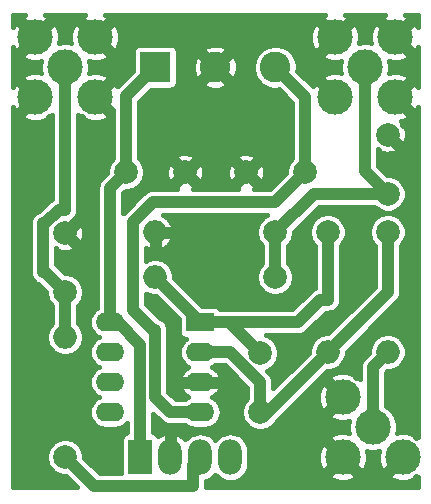
<source format=gbr>
%TF.GenerationSoftware,KiCad,Pcbnew,(5.1.9)-1*%
%TF.CreationDate,2021-11-06T20:20:06+07:00*%
%TF.ProjectId,PMT_Mini_Amp,504d545f-4d69-46e6-995f-416d702e6b69,rev?*%
%TF.SameCoordinates,Original*%
%TF.FileFunction,Copper,L1,Top*%
%TF.FilePolarity,Positive*%
%FSLAX46Y46*%
G04 Gerber Fmt 4.6, Leading zero omitted, Abs format (unit mm)*
G04 Created by KiCad (PCBNEW (5.1.9)-1) date 2021-11-06 20:20:06*
%MOMM*%
%LPD*%
G01*
G04 APERTURE LIST*
%TA.AperFunction,ComponentPad*%
%ADD10O,2.000000X2.000000*%
%TD*%
%TA.AperFunction,ComponentPad*%
%ADD11C,2.000000*%
%TD*%
%TA.AperFunction,ComponentPad*%
%ADD12O,2.000000X3.000000*%
%TD*%
%TA.AperFunction,ComponentPad*%
%ADD13R,2.000000X3.000000*%
%TD*%
%TA.AperFunction,ComponentPad*%
%ADD14O,2.400000X1.600000*%
%TD*%
%TA.AperFunction,ComponentPad*%
%ADD15R,2.400000X1.600000*%
%TD*%
%TA.AperFunction,ComponentPad*%
%ADD16C,3.000000*%
%TD*%
%TA.AperFunction,ComponentPad*%
%ADD17C,2.600000*%
%TD*%
%TA.AperFunction,ComponentPad*%
%ADD18R,2.600000X2.600000*%
%TD*%
%TA.AperFunction,Conductor*%
%ADD19C,1.000000*%
%TD*%
%TA.AperFunction,Conductor*%
%ADD20C,0.400000*%
%TD*%
%TA.AperFunction,Conductor*%
%ADD21C,0.100000*%
%TD*%
G04 APERTURE END LIST*
D10*
%TO.P,R5,2*%
%TO.N,GND*%
X139700000Y-142875000D03*
D11*
%TO.P,R5,1*%
%TO.N,Net-(C5-Pad1)*%
X149860000Y-142875000D03*
%TD*%
D12*
%TO.P,J1,4*%
%TO.N,Blue*%
X146050000Y-161925000D03*
%TO.P,J1,3*%
%TO.N,White*%
X143510000Y-161925000D03*
%TO.P,J1,2*%
%TO.N,GND*%
X140970000Y-161925000D03*
D13*
%TO.P,J1,1*%
%TO.N,+12V*%
X138430000Y-161925000D03*
%TD*%
D14*
%TO.P,U1,8*%
%TO.N,+12V*%
X135890000Y-150495000D03*
%TO.P,U1,4*%
%TO.N,-12V*%
X143510000Y-158115000D03*
%TO.P,U1,7*%
%TO.N,N/C*%
X135890000Y-153035000D03*
%TO.P,U1,3*%
%TO.N,GND*%
X143510000Y-155575000D03*
%TO.P,U1,6*%
%TO.N,N/C*%
X135890000Y-155575000D03*
%TO.P,U1,2*%
%TO.N,Net-(C4-Pad2)*%
X143510000Y-153035000D03*
%TO.P,U1,5*%
%TO.N,N/C*%
X135890000Y-158115000D03*
D15*
%TO.P,U1,1*%
%TO.N,Net-(C4-Pad1)*%
X143510000Y-150495000D03*
%TD*%
D10*
%TO.P,R4,2*%
%TO.N,Net-(C4-Pad1)*%
X139700000Y-146685000D03*
D11*
%TO.P,R4,1*%
%TO.N,Net-(C5-Pad1)*%
X149860000Y-146685000D03*
%TD*%
D10*
%TO.P,R3,2*%
%TO.N,Net-(C4-Pad2)*%
X154305000Y-153035000D03*
D11*
%TO.P,R3,1*%
%TO.N,Net-(C4-Pad1)*%
X154305000Y-142875000D03*
%TD*%
D10*
%TO.P,R2,2*%
%TO.N,Net-(C1-Pad1)*%
X132080000Y-151765000D03*
D11*
%TO.P,R2,1*%
%TO.N,White*%
X132080000Y-161925000D03*
%TD*%
D10*
%TO.P,R1,2*%
%TO.N,Net-(J2-Pad1)*%
X159385000Y-153035000D03*
D11*
%TO.P,R1,1*%
%TO.N,Net-(C4-Pad2)*%
X159385000Y-142875000D03*
%TD*%
D16*
%TO.P,J5,2*%
%TO.N,GND*%
X154940000Y-131445000D03*
X160020000Y-131445000D03*
X160020000Y-126365000D03*
X154940000Y-126365000D03*
%TO.P,J5,1*%
%TO.N,Net-(C5-Pad1)*%
X157480000Y-128905000D03*
%TD*%
D17*
%TO.P,J4,3*%
%TO.N,-12V*%
X149860000Y-128905000D03*
%TO.P,J4,2*%
%TO.N,GND*%
X144780000Y-128905000D03*
D18*
%TO.P,J4,1*%
%TO.N,+12V*%
X139700000Y-128905000D03*
%TD*%
D16*
%TO.P,J3,2*%
%TO.N,GND*%
X129540000Y-131445000D03*
X134620000Y-131445000D03*
X134620000Y-126365000D03*
X129540000Y-126365000D03*
%TO.P,J3,1*%
%TO.N,Net-(C1-Pad1)*%
X132080000Y-128905000D03*
%TD*%
%TO.P,J2,2*%
%TO.N,GND*%
X155575000Y-161925000D03*
X160655000Y-161925000D03*
X160655000Y-156845000D03*
X155575000Y-156845000D03*
%TO.P,J2,1*%
%TO.N,Net-(J2-Pad1)*%
X158115000Y-159385000D03*
%TD*%
D11*
%TO.P,C5,2*%
%TO.N,GND*%
X159385000Y-134620000D03*
%TO.P,C5,1*%
%TO.N,Net-(C5-Pad1)*%
X159385000Y-139620000D03*
%TD*%
%TO.P,C4,2*%
%TO.N,Net-(C4-Pad2)*%
X148590000Y-158115000D03*
%TO.P,C4,1*%
%TO.N,Net-(C4-Pad1)*%
X148590000Y-153115000D03*
%TD*%
%TO.P,C3,2*%
%TO.N,+12V*%
X137240000Y-137795000D03*
%TO.P,C3,1*%
%TO.N,GND*%
X142240000Y-137795000D03*
%TD*%
%TO.P,C2,2*%
%TO.N,-12V*%
X152400000Y-137795000D03*
%TO.P,C2,1*%
%TO.N,GND*%
X147400000Y-137795000D03*
%TD*%
%TO.P,C1,2*%
%TO.N,GND*%
X132080000Y-142955000D03*
%TO.P,C1,1*%
%TO.N,Net-(C1-Pad1)*%
X132080000Y-147955000D03*
%TD*%
D19*
%TO.N,Net-(C1-Pad1)*%
X132080000Y-140970000D02*
X132080000Y-128905000D01*
X132080000Y-147955000D02*
X132080000Y-151765000D01*
X130175000Y-142138999D02*
X130175000Y-146254999D01*
X130379999Y-146254999D02*
X130175000Y-146254999D01*
X132080000Y-147955000D02*
X130379999Y-146254999D01*
X131548998Y-140970000D02*
X132080000Y-140970000D01*
X130379999Y-142138999D02*
X131548998Y-140970000D01*
X130175000Y-142138999D02*
X130379999Y-142138999D01*
%TO.N,Net-(C4-Pad2)*%
X149225000Y-158115000D02*
X154305000Y-153035000D01*
X148590000Y-158115000D02*
X149225000Y-158115000D01*
X159385000Y-147955000D02*
X159385000Y-142875000D01*
X154305000Y-153035000D02*
X159385000Y-147955000D01*
X143510000Y-153035000D02*
X146050000Y-153035000D01*
X148590000Y-155575000D02*
X148590000Y-158115000D01*
X146050000Y-153035000D02*
X148590000Y-155575000D01*
%TO.N,Net-(C4-Pad1)*%
X145970000Y-150495000D02*
X148590000Y-153115000D01*
X143510000Y-150495000D02*
X145970000Y-150495000D01*
X143510000Y-150495000D02*
X139700000Y-146685000D01*
X148566002Y-150495000D02*
X145970000Y-150495000D01*
X151765000Y-150495000D02*
X148566002Y-150495000D01*
X153670000Y-148590000D02*
X151765000Y-150495000D01*
X154305000Y-148590000D02*
X153670000Y-148590000D01*
X154305000Y-142875000D02*
X154305000Y-148590000D01*
%TO.N,Net-(C5-Pad1)*%
X156765001Y-129619999D02*
X157480000Y-128905000D01*
X149860000Y-146685000D02*
X149860000Y-142875000D01*
X153115000Y-139620000D02*
X159385000Y-139620000D01*
X149860000Y-142875000D02*
X153115000Y-139620000D01*
X157480000Y-137715000D02*
X157480000Y-128905000D01*
X159385000Y-139620000D02*
X157480000Y-137715000D01*
%TO.N,White*%
X143510000Y-162289177D02*
X143510000Y-161925000D01*
X132080000Y-161925000D02*
X134529990Y-164374990D01*
X134529990Y-164374990D02*
X142875000Y-164374990D01*
X142875000Y-162560000D02*
X143510000Y-161925000D01*
X142875000Y-164374990D02*
X142875000Y-162560000D01*
%TO.N,+12V*%
X137240000Y-131365000D02*
X139700000Y-128905000D01*
X137240000Y-137795000D02*
X137240000Y-131365000D01*
X135890000Y-139145000D02*
X137240000Y-137795000D01*
X136525000Y-150495000D02*
X135890000Y-150495000D01*
X138430000Y-152400000D02*
X136525000Y-150495000D01*
X138430000Y-161925000D02*
X138430000Y-152400000D01*
X135890000Y-150495000D02*
X135890000Y-139145000D01*
%TO.N,Net-(J2-Pad1)*%
X158115000Y-154305000D02*
X158115000Y-159385000D01*
X159385000Y-153035000D02*
X158115000Y-154305000D01*
%TO.N,-12V*%
X149860000Y-128905000D02*
X152400000Y-131445000D01*
X152400000Y-131445000D02*
X152400000Y-137795000D01*
X139700000Y-156845000D02*
X140970000Y-158115000D01*
X137795000Y-149425009D02*
X139495001Y-151125010D01*
X139700000Y-151125010D02*
X139700000Y-156845000D01*
X137795000Y-142035001D02*
X137795000Y-149425009D01*
X139495001Y-151125010D02*
X139700000Y-151125010D01*
X139495001Y-140335000D02*
X137795000Y-142035001D01*
X149860000Y-140335000D02*
X139495001Y-140335000D01*
X140970000Y-158115000D02*
X143510000Y-158115000D01*
X152400000Y-137795000D02*
X149860000Y-140335000D01*
%TD*%
D20*
%TO.N,GND*%
X128554982Y-124498849D02*
X128382418Y-124783154D01*
X129540000Y-125940736D01*
X130697582Y-124783154D01*
X130525018Y-124498849D01*
X130405327Y-124450000D01*
X133752913Y-124450000D01*
X133634982Y-124498849D01*
X133462418Y-124783154D01*
X134620000Y-125940736D01*
X135777582Y-124783154D01*
X135605018Y-124498849D01*
X135485327Y-124450000D01*
X154072913Y-124450000D01*
X153954982Y-124498849D01*
X153782418Y-124783154D01*
X154940000Y-125940736D01*
X156097582Y-124783154D01*
X155925018Y-124498849D01*
X155805327Y-124450000D01*
X159152913Y-124450000D01*
X159034982Y-124498849D01*
X158862418Y-124783154D01*
X160020000Y-125940736D01*
X161177582Y-124783154D01*
X161005018Y-124498849D01*
X160885327Y-124450000D01*
X161935000Y-124450000D01*
X161935000Y-125497914D01*
X161886151Y-125379982D01*
X161601846Y-125207418D01*
X160444264Y-126365000D01*
X161601846Y-127522582D01*
X161886151Y-127350018D01*
X161935000Y-127230327D01*
X161935000Y-130577914D01*
X161886151Y-130459982D01*
X161601846Y-130287418D01*
X160444264Y-131445000D01*
X161601846Y-132602582D01*
X161886151Y-132430018D01*
X161935000Y-132310327D01*
X161935001Y-160222152D01*
X161934291Y-160221442D01*
X161812581Y-160343152D01*
X161640018Y-160058849D01*
X161257024Y-159902539D01*
X160850893Y-159823950D01*
X160437235Y-159826105D01*
X160157011Y-159883363D01*
X160215000Y-159591832D01*
X160215000Y-159178168D01*
X160134298Y-158772453D01*
X159975996Y-158390277D01*
X159746177Y-158046328D01*
X159453672Y-157753823D01*
X159215000Y-157594348D01*
X159215000Y-154760634D01*
X159340634Y-154635000D01*
X159542586Y-154635000D01*
X159851703Y-154573513D01*
X160142884Y-154452902D01*
X160404941Y-154277801D01*
X160627801Y-154054941D01*
X160802902Y-153792884D01*
X160923513Y-153501703D01*
X160985000Y-153192586D01*
X160985000Y-152877414D01*
X160923513Y-152568297D01*
X160802902Y-152277116D01*
X160627801Y-152015059D01*
X160404941Y-151792199D01*
X160142884Y-151617098D01*
X159851703Y-151496487D01*
X159542586Y-151435000D01*
X159227414Y-151435000D01*
X158918297Y-151496487D01*
X158627116Y-151617098D01*
X158365059Y-151792199D01*
X158142199Y-152015059D01*
X157967098Y-152277116D01*
X157846487Y-152568297D01*
X157785000Y-152877414D01*
X157785000Y-153079366D01*
X157375399Y-153488967D01*
X157333419Y-153523419D01*
X157195958Y-153690916D01*
X157093816Y-153882013D01*
X157030916Y-154089363D01*
X157023363Y-154166054D01*
X157009678Y-154305000D01*
X157015000Y-154359034D01*
X157015000Y-155302151D01*
X156854291Y-155141442D01*
X156732581Y-155263152D01*
X156560018Y-154978849D01*
X156177024Y-154822539D01*
X155770893Y-154743950D01*
X155357235Y-154746105D01*
X154951946Y-154828918D01*
X154589982Y-154978849D01*
X154417418Y-155263154D01*
X155575000Y-156420736D01*
X155589143Y-156406594D01*
X156013407Y-156830858D01*
X155999264Y-156845000D01*
X156013407Y-156859143D01*
X155589143Y-157283407D01*
X155575000Y-157269264D01*
X154417418Y-158426846D01*
X154589982Y-158711151D01*
X154972976Y-158867461D01*
X155379107Y-158946050D01*
X155792765Y-158943895D01*
X156072989Y-158886637D01*
X156015000Y-159178168D01*
X156015000Y-159591832D01*
X156072792Y-159882369D01*
X155770893Y-159823950D01*
X155357235Y-159826105D01*
X154951946Y-159908918D01*
X154589982Y-160058849D01*
X154417418Y-160343154D01*
X155575000Y-161500736D01*
X155589143Y-161486594D01*
X156013407Y-161910858D01*
X155999264Y-161925000D01*
X157156846Y-163082582D01*
X157441151Y-162910018D01*
X157597461Y-162527024D01*
X157676050Y-162120893D01*
X157673895Y-161707235D01*
X157616637Y-161427011D01*
X157908168Y-161485000D01*
X158321832Y-161485000D01*
X158612369Y-161427208D01*
X158553950Y-161729107D01*
X158556105Y-162142765D01*
X158638918Y-162548054D01*
X158788849Y-162910018D01*
X159073154Y-163082582D01*
X160230736Y-161925000D01*
X160216594Y-161910858D01*
X160640858Y-161486594D01*
X160655000Y-161500736D01*
X160669143Y-161486594D01*
X161093407Y-161910858D01*
X161079264Y-161925000D01*
X161093407Y-161939143D01*
X160669143Y-162363407D01*
X160655000Y-162349264D01*
X159497418Y-163506846D01*
X159669982Y-163791151D01*
X160052976Y-163947461D01*
X160459107Y-164026050D01*
X160872765Y-164023895D01*
X161278054Y-163941082D01*
X161640018Y-163791151D01*
X161812581Y-163506848D01*
X161934291Y-163628558D01*
X161935001Y-163627848D01*
X161935001Y-164475000D01*
X143970472Y-164475000D01*
X143980322Y-164374990D01*
X143975000Y-164320954D01*
X143975000Y-163955939D01*
X144125255Y-163910359D01*
X144403212Y-163761788D01*
X144646845Y-163561845D01*
X144780000Y-163399594D01*
X144913155Y-163561845D01*
X145156787Y-163761788D01*
X145434744Y-163910359D01*
X145736345Y-164001849D01*
X146050000Y-164032741D01*
X146363654Y-164001849D01*
X146665255Y-163910359D01*
X146943212Y-163761788D01*
X147186845Y-163561845D01*
X147231981Y-163506846D01*
X154417418Y-163506846D01*
X154589982Y-163791151D01*
X154972976Y-163947461D01*
X155379107Y-164026050D01*
X155792765Y-164023895D01*
X156198054Y-163941082D01*
X156560018Y-163791151D01*
X156732582Y-163506846D01*
X155575000Y-162349264D01*
X154417418Y-163506846D01*
X147231981Y-163506846D01*
X147386788Y-163318213D01*
X147535359Y-163040256D01*
X147626849Y-162738655D01*
X147650000Y-162503597D01*
X147650000Y-161729107D01*
X153473950Y-161729107D01*
X153476105Y-162142765D01*
X153558918Y-162548054D01*
X153708849Y-162910018D01*
X153993154Y-163082582D01*
X155150736Y-161925000D01*
X153993154Y-160767418D01*
X153708849Y-160939982D01*
X153552539Y-161322976D01*
X153473950Y-161729107D01*
X147650000Y-161729107D01*
X147650000Y-161346403D01*
X147626849Y-161111345D01*
X147535359Y-160809744D01*
X147386788Y-160531787D01*
X147186845Y-160288155D01*
X146943213Y-160088212D01*
X146665256Y-159939641D01*
X146363655Y-159848151D01*
X146050000Y-159817259D01*
X145736346Y-159848151D01*
X145434745Y-159939641D01*
X145156788Y-160088212D01*
X144913156Y-160288155D01*
X144780000Y-160450406D01*
X144646845Y-160288155D01*
X144403213Y-160088212D01*
X144125256Y-159939641D01*
X143823655Y-159848151D01*
X143510000Y-159817259D01*
X143196346Y-159848151D01*
X142894745Y-159939641D01*
X142616788Y-160088212D01*
X142373156Y-160288155D01*
X142256591Y-160430190D01*
X142083213Y-160233055D01*
X141829286Y-160038781D01*
X141512163Y-159919657D01*
X141270000Y-160006374D01*
X141270000Y-161625000D01*
X141290000Y-161625000D01*
X141290000Y-162225000D01*
X141270000Y-162225000D01*
X141270000Y-162245000D01*
X140670000Y-162245000D01*
X140670000Y-162225000D01*
X140650000Y-162225000D01*
X140650000Y-161625000D01*
X140670000Y-161625000D01*
X140670000Y-160006374D01*
X140427837Y-159919657D01*
X140110714Y-160038781D01*
X139963924Y-160151087D01*
X139931296Y-160090045D01*
X139856317Y-159998683D01*
X139764955Y-159923704D01*
X139660721Y-159867990D01*
X139547621Y-159833682D01*
X139530000Y-159831946D01*
X139530000Y-158230634D01*
X140153971Y-158854606D01*
X140188419Y-158896581D01*
X140276176Y-158968601D01*
X140355915Y-159034042D01*
X140458057Y-159088637D01*
X140547012Y-159136184D01*
X140754362Y-159199084D01*
X140915964Y-159215000D01*
X140915965Y-159215000D01*
X140969999Y-159220322D01*
X141024033Y-159215000D01*
X142243521Y-159215000D01*
X142328438Y-159284690D01*
X142571651Y-159414690D01*
X142835552Y-159494743D01*
X143041223Y-159515000D01*
X143978777Y-159515000D01*
X144184448Y-159494743D01*
X144448349Y-159414690D01*
X144691562Y-159284690D01*
X144904739Y-159109739D01*
X145079690Y-158896562D01*
X145209690Y-158653349D01*
X145289743Y-158389448D01*
X145316774Y-158115000D01*
X145289743Y-157840552D01*
X145209690Y-157576651D01*
X145079690Y-157333438D01*
X144904739Y-157120261D01*
X144691562Y-156945310D01*
X144512700Y-156849706D01*
X144561809Y-156830044D01*
X144794132Y-156678767D01*
X144992478Y-156485073D01*
X145149225Y-156256405D01*
X145213713Y-156085227D01*
X145123466Y-155875000D01*
X143810000Y-155875000D01*
X143810000Y-155895000D01*
X143210000Y-155895000D01*
X143210000Y-155875000D01*
X141896534Y-155875000D01*
X141806287Y-156085227D01*
X141870775Y-156256405D01*
X142027522Y-156485073D01*
X142225868Y-156678767D01*
X142458191Y-156830044D01*
X142507300Y-156849706D01*
X142328438Y-156945310D01*
X142243521Y-157015000D01*
X141425635Y-157015000D01*
X140800000Y-156389366D01*
X140800000Y-151179046D01*
X140805322Y-151125010D01*
X140784084Y-150909372D01*
X140721184Y-150702022D01*
X140619042Y-150510926D01*
X140481581Y-150343429D01*
X140314084Y-150205968D01*
X140122988Y-150103826D01*
X139988722Y-150063096D01*
X138895000Y-148969375D01*
X138895000Y-148071420D01*
X138942116Y-148102902D01*
X139233297Y-148223513D01*
X139542414Y-148285000D01*
X139744366Y-148285000D01*
X141707097Y-150247732D01*
X141707097Y-151295000D01*
X141718682Y-151412621D01*
X141752990Y-151525721D01*
X141808704Y-151629955D01*
X141883683Y-151721317D01*
X141975045Y-151796296D01*
X142079279Y-151852010D01*
X142192379Y-151886318D01*
X142291003Y-151896032D01*
X142115261Y-152040261D01*
X141940310Y-152253438D01*
X141810310Y-152496651D01*
X141730257Y-152760552D01*
X141703226Y-153035000D01*
X141730257Y-153309448D01*
X141810310Y-153573349D01*
X141940310Y-153816562D01*
X142115261Y-154029739D01*
X142328438Y-154204690D01*
X142507300Y-154300294D01*
X142458191Y-154319956D01*
X142225868Y-154471233D01*
X142027522Y-154664927D01*
X141870775Y-154893595D01*
X141806287Y-155064773D01*
X141896534Y-155275000D01*
X143210000Y-155275000D01*
X143210000Y-155255000D01*
X143810000Y-155255000D01*
X143810000Y-155275000D01*
X145123466Y-155275000D01*
X145213713Y-155064773D01*
X145149225Y-154893595D01*
X144992478Y-154664927D01*
X144794132Y-154471233D01*
X144561809Y-154319956D01*
X144512700Y-154300294D01*
X144691562Y-154204690D01*
X144776479Y-154135000D01*
X145594366Y-154135000D01*
X147490000Y-156030635D01*
X147490001Y-156952257D01*
X147347199Y-157095059D01*
X147172098Y-157357116D01*
X147051487Y-157648297D01*
X146990000Y-157957414D01*
X146990000Y-158272586D01*
X147051487Y-158581703D01*
X147172098Y-158872884D01*
X147347199Y-159134941D01*
X147570059Y-159357801D01*
X147832116Y-159532902D01*
X148123297Y-159653513D01*
X148432414Y-159715000D01*
X148747586Y-159715000D01*
X149056703Y-159653513D01*
X149347884Y-159532902D01*
X149609941Y-159357801D01*
X149832801Y-159134941D01*
X149974447Y-158922952D01*
X150006581Y-158896581D01*
X150041033Y-158854601D01*
X152246527Y-156649107D01*
X153473950Y-156649107D01*
X153476105Y-157062765D01*
X153558918Y-157468054D01*
X153708849Y-157830018D01*
X153993154Y-158002582D01*
X155150736Y-156845000D01*
X153993154Y-155687418D01*
X153708849Y-155859982D01*
X153552539Y-156242976D01*
X153473950Y-156649107D01*
X152246527Y-156649107D01*
X154260635Y-154635000D01*
X154462586Y-154635000D01*
X154771703Y-154573513D01*
X155062884Y-154452902D01*
X155324941Y-154277801D01*
X155547801Y-154054941D01*
X155722902Y-153792884D01*
X155843513Y-153501703D01*
X155905000Y-153192586D01*
X155905000Y-152990634D01*
X160124606Y-148771029D01*
X160166581Y-148736581D01*
X160304042Y-148569084D01*
X160406184Y-148377988D01*
X160469084Y-148170638D01*
X160485000Y-148009036D01*
X160485000Y-148009034D01*
X160490322Y-147955000D01*
X160485000Y-147900964D01*
X160485000Y-144037742D01*
X160627801Y-143894941D01*
X160802902Y-143632884D01*
X160923513Y-143341703D01*
X160985000Y-143032586D01*
X160985000Y-142717414D01*
X160923513Y-142408297D01*
X160802902Y-142117116D01*
X160627801Y-141855059D01*
X160404941Y-141632199D01*
X160142884Y-141457098D01*
X159851703Y-141336487D01*
X159542586Y-141275000D01*
X159227414Y-141275000D01*
X158918297Y-141336487D01*
X158627116Y-141457098D01*
X158365059Y-141632199D01*
X158142199Y-141855059D01*
X157967098Y-142117116D01*
X157846487Y-142408297D01*
X157785000Y-142717414D01*
X157785000Y-143032586D01*
X157846487Y-143341703D01*
X157967098Y-143632884D01*
X158142199Y-143894941D01*
X158285001Y-144037743D01*
X158285000Y-147499365D01*
X154349366Y-151435000D01*
X154147414Y-151435000D01*
X153838297Y-151496487D01*
X153547116Y-151617098D01*
X153285059Y-151792199D01*
X153062199Y-152015059D01*
X152887098Y-152277116D01*
X152766487Y-152568297D01*
X152705000Y-152877414D01*
X152705000Y-153079365D01*
X149690000Y-156094366D01*
X149690000Y-155629033D01*
X149695322Y-155574999D01*
X149690000Y-155520964D01*
X149674084Y-155359362D01*
X149611184Y-155152012D01*
X149509042Y-154960916D01*
X149371581Y-154793419D01*
X149329606Y-154758971D01*
X149175104Y-154604470D01*
X149347884Y-154532902D01*
X149609941Y-154357801D01*
X149832801Y-154134941D01*
X150007902Y-153872884D01*
X150128513Y-153581703D01*
X150190000Y-153272586D01*
X150190000Y-152957414D01*
X150128513Y-152648297D01*
X150007902Y-152357116D01*
X149832801Y-152095059D01*
X149609941Y-151872199D01*
X149347884Y-151697098D01*
X149101397Y-151595000D01*
X151710966Y-151595000D01*
X151765000Y-151600322D01*
X151819034Y-151595000D01*
X151819036Y-151595000D01*
X151980638Y-151579084D01*
X152187988Y-151516184D01*
X152379084Y-151414042D01*
X152546581Y-151276581D01*
X152581033Y-151234601D01*
X154125635Y-149690000D01*
X154250964Y-149690000D01*
X154305000Y-149695322D01*
X154359036Y-149690000D01*
X154520638Y-149674084D01*
X154727988Y-149611184D01*
X154919084Y-149509042D01*
X155086581Y-149371581D01*
X155224042Y-149204084D01*
X155326184Y-149012988D01*
X155389084Y-148805638D01*
X155410322Y-148590000D01*
X155405000Y-148535964D01*
X155405000Y-144037742D01*
X155547801Y-143894941D01*
X155722902Y-143632884D01*
X155843513Y-143341703D01*
X155905000Y-143032586D01*
X155905000Y-142717414D01*
X155843513Y-142408297D01*
X155722902Y-142117116D01*
X155547801Y-141855059D01*
X155324941Y-141632199D01*
X155062884Y-141457098D01*
X154771703Y-141336487D01*
X154462586Y-141275000D01*
X154147414Y-141275000D01*
X153838297Y-141336487D01*
X153547116Y-141457098D01*
X153285059Y-141632199D01*
X153062199Y-141855059D01*
X152887098Y-142117116D01*
X152766487Y-142408297D01*
X152705000Y-142717414D01*
X152705000Y-143032586D01*
X152766487Y-143341703D01*
X152887098Y-143632884D01*
X153062199Y-143894941D01*
X153205000Y-144037742D01*
X153205001Y-147591271D01*
X153055916Y-147670958D01*
X152888419Y-147808419D01*
X152853971Y-147850394D01*
X151309366Y-149395000D01*
X146024034Y-149395000D01*
X145970000Y-149389678D01*
X145915966Y-149395000D01*
X145229980Y-149395000D01*
X145211296Y-149360045D01*
X145136317Y-149268683D01*
X145044955Y-149193704D01*
X144940721Y-149137990D01*
X144827621Y-149103682D01*
X144710000Y-149092097D01*
X143662732Y-149092097D01*
X141300000Y-146729366D01*
X141300000Y-146527414D01*
X141238513Y-146218297D01*
X141117902Y-145927116D01*
X140942801Y-145665059D01*
X140719941Y-145442199D01*
X140457884Y-145267098D01*
X140166703Y-145146487D01*
X139857586Y-145085000D01*
X139542414Y-145085000D01*
X139233297Y-145146487D01*
X138942116Y-145267098D01*
X138895000Y-145298580D01*
X138895000Y-144255371D01*
X139157836Y-144380354D01*
X139400000Y-144296634D01*
X139400000Y-143175000D01*
X140000000Y-143175000D01*
X140000000Y-144296634D01*
X140242164Y-144380354D01*
X140525426Y-144245658D01*
X140776968Y-144058289D01*
X140987123Y-143825446D01*
X141147814Y-143556078D01*
X141205343Y-143417163D01*
X141118626Y-143175000D01*
X140000000Y-143175000D01*
X139400000Y-143175000D01*
X139380000Y-143175000D01*
X139380000Y-142575000D01*
X139400000Y-142575000D01*
X139400000Y-142555000D01*
X140000000Y-142555000D01*
X140000000Y-142575000D01*
X141118626Y-142575000D01*
X141205343Y-142332837D01*
X141147814Y-142193922D01*
X140987123Y-141924554D01*
X140776968Y-141691711D01*
X140525426Y-141504342D01*
X140379602Y-141435000D01*
X149155465Y-141435000D01*
X149102116Y-141457098D01*
X148840059Y-141632199D01*
X148617199Y-141855059D01*
X148442098Y-142117116D01*
X148321487Y-142408297D01*
X148260000Y-142717414D01*
X148260000Y-143032586D01*
X148321487Y-143341703D01*
X148442098Y-143632884D01*
X148617199Y-143894941D01*
X148760001Y-144037743D01*
X148760000Y-145522258D01*
X148617199Y-145665059D01*
X148442098Y-145927116D01*
X148321487Y-146218297D01*
X148260000Y-146527414D01*
X148260000Y-146842586D01*
X148321487Y-147151703D01*
X148442098Y-147442884D01*
X148617199Y-147704941D01*
X148840059Y-147927801D01*
X149102116Y-148102902D01*
X149393297Y-148223513D01*
X149702414Y-148285000D01*
X150017586Y-148285000D01*
X150326703Y-148223513D01*
X150617884Y-148102902D01*
X150879941Y-147927801D01*
X151102801Y-147704941D01*
X151277902Y-147442884D01*
X151398513Y-147151703D01*
X151460000Y-146842586D01*
X151460000Y-146527414D01*
X151398513Y-146218297D01*
X151277902Y-145927116D01*
X151102801Y-145665059D01*
X150960000Y-145522258D01*
X150960000Y-144037742D01*
X151102801Y-143894941D01*
X151277902Y-143632884D01*
X151398513Y-143341703D01*
X151460000Y-143032586D01*
X151460000Y-142830634D01*
X153570635Y-140720000D01*
X158222258Y-140720000D01*
X158365059Y-140862801D01*
X158627116Y-141037902D01*
X158918297Y-141158513D01*
X159227414Y-141220000D01*
X159542586Y-141220000D01*
X159851703Y-141158513D01*
X160142884Y-141037902D01*
X160404941Y-140862801D01*
X160627801Y-140639941D01*
X160802902Y-140377884D01*
X160923513Y-140086703D01*
X160985000Y-139777586D01*
X160985000Y-139462414D01*
X160923513Y-139153297D01*
X160802902Y-138862116D01*
X160627801Y-138600059D01*
X160404941Y-138377199D01*
X160142884Y-138202098D01*
X159851703Y-138081487D01*
X159542586Y-138020000D01*
X159340635Y-138020000D01*
X158580000Y-137259366D01*
X158580000Y-135849267D01*
X158588418Y-135840849D01*
X158699296Y-136074181D01*
X158996168Y-136180013D01*
X159307983Y-136225895D01*
X159622758Y-136210064D01*
X159928395Y-136133127D01*
X160070704Y-136074181D01*
X160181583Y-135840847D01*
X159385000Y-135044264D01*
X159370858Y-135058407D01*
X158946594Y-134634143D01*
X158960736Y-134620000D01*
X158946594Y-134605858D01*
X159370858Y-134181594D01*
X159385000Y-134195736D01*
X159399143Y-134181594D01*
X159823407Y-134605858D01*
X159809264Y-134620000D01*
X160605847Y-135416583D01*
X160839181Y-135305704D01*
X160945013Y-135008832D01*
X160990895Y-134697017D01*
X160975064Y-134382242D01*
X160898127Y-134076605D01*
X160839181Y-133934296D01*
X160605849Y-133823418D01*
X160733294Y-133695973D01*
X160522945Y-133485624D01*
X160643054Y-133461082D01*
X161005018Y-133311151D01*
X161177582Y-133026846D01*
X160020000Y-131869264D01*
X160005858Y-131883407D01*
X159581594Y-131459143D01*
X159595736Y-131445000D01*
X159581594Y-131430858D01*
X160005858Y-131006594D01*
X160020000Y-131020736D01*
X161177582Y-129863154D01*
X161005018Y-129578849D01*
X160622024Y-129422539D01*
X160215893Y-129343950D01*
X159802235Y-129346105D01*
X159522011Y-129403363D01*
X159580000Y-129111832D01*
X159580000Y-128698168D01*
X159522208Y-128407631D01*
X159824107Y-128466050D01*
X160237765Y-128463895D01*
X160643054Y-128381082D01*
X161005018Y-128231151D01*
X161177582Y-127946846D01*
X160020000Y-126789264D01*
X160005858Y-126803407D01*
X159581594Y-126379143D01*
X159595736Y-126365000D01*
X158438154Y-125207418D01*
X158153849Y-125379982D01*
X157997539Y-125762976D01*
X157918950Y-126169107D01*
X157921105Y-126582765D01*
X157978363Y-126862989D01*
X157686832Y-126805000D01*
X157273168Y-126805000D01*
X156982631Y-126862792D01*
X157041050Y-126560893D01*
X157038895Y-126147235D01*
X156956082Y-125741946D01*
X156806151Y-125379982D01*
X156521846Y-125207418D01*
X155364264Y-126365000D01*
X155378407Y-126379143D01*
X154954143Y-126803407D01*
X154940000Y-126789264D01*
X153782418Y-127946846D01*
X153954982Y-128231151D01*
X154337976Y-128387461D01*
X154744107Y-128466050D01*
X155157765Y-128463895D01*
X155437989Y-128406637D01*
X155380000Y-128698168D01*
X155380000Y-129111832D01*
X155437792Y-129402369D01*
X155135893Y-129343950D01*
X154722235Y-129346105D01*
X154316946Y-129428918D01*
X153954982Y-129578849D01*
X153782418Y-129863154D01*
X154940000Y-131020736D01*
X154954143Y-131006594D01*
X155378407Y-131430858D01*
X155364264Y-131445000D01*
X155378407Y-131459143D01*
X154954143Y-131883407D01*
X154940000Y-131869264D01*
X154925858Y-131883407D01*
X154501594Y-131459143D01*
X154515736Y-131445000D01*
X153358154Y-130287418D01*
X153073849Y-130459982D01*
X153043929Y-130533294D01*
X151733914Y-129223279D01*
X151760000Y-129092134D01*
X151760000Y-128717866D01*
X151686984Y-128350791D01*
X151543758Y-128005013D01*
X151335826Y-127693821D01*
X151071179Y-127429174D01*
X150759987Y-127221242D01*
X150414209Y-127078016D01*
X150047134Y-127005000D01*
X149672866Y-127005000D01*
X149305791Y-127078016D01*
X148960013Y-127221242D01*
X148648821Y-127429174D01*
X148384174Y-127693821D01*
X148176242Y-128005013D01*
X148033016Y-128350791D01*
X147960000Y-128717866D01*
X147960000Y-129092134D01*
X148033016Y-129459209D01*
X148176242Y-129804987D01*
X148384174Y-130116179D01*
X148648821Y-130380826D01*
X148960013Y-130588758D01*
X149305791Y-130731984D01*
X149672866Y-130805000D01*
X150047134Y-130805000D01*
X150178279Y-130778914D01*
X151300000Y-131900635D01*
X151300001Y-136632257D01*
X151157199Y-136775059D01*
X150982098Y-137037116D01*
X150861487Y-137328297D01*
X150800000Y-137637414D01*
X150800000Y-137839365D01*
X149404366Y-139235000D01*
X148092443Y-139235000D01*
X148196583Y-139015847D01*
X147400000Y-138219264D01*
X146603417Y-139015847D01*
X146707557Y-139235000D01*
X142932443Y-139235000D01*
X143036583Y-139015847D01*
X142240000Y-138219264D01*
X141443417Y-139015847D01*
X141547557Y-139235000D01*
X139549034Y-139235000D01*
X139495000Y-139229678D01*
X139440966Y-139235000D01*
X139440965Y-139235000D01*
X139279363Y-139250916D01*
X139072013Y-139313816D01*
X138880917Y-139415958D01*
X138713420Y-139553419D01*
X138678974Y-139595392D01*
X137055399Y-141218968D01*
X137013419Y-141253420D01*
X136990000Y-141281956D01*
X136990000Y-139600634D01*
X137195634Y-139395000D01*
X137397586Y-139395000D01*
X137706703Y-139333513D01*
X137997884Y-139212902D01*
X138259941Y-139037801D01*
X138482801Y-138814941D01*
X138657902Y-138552884D01*
X138778513Y-138261703D01*
X138840000Y-137952586D01*
X138840000Y-137717983D01*
X140634105Y-137717983D01*
X140649936Y-138032758D01*
X140726873Y-138338395D01*
X140785819Y-138480704D01*
X141019153Y-138591583D01*
X141815736Y-137795000D01*
X142664264Y-137795000D01*
X143460847Y-138591583D01*
X143694181Y-138480704D01*
X143800013Y-138183832D01*
X143845895Y-137872017D01*
X143838149Y-137717983D01*
X145794105Y-137717983D01*
X145809936Y-138032758D01*
X145886873Y-138338395D01*
X145945819Y-138480704D01*
X146179153Y-138591583D01*
X146975736Y-137795000D01*
X147824264Y-137795000D01*
X148620847Y-138591583D01*
X148854181Y-138480704D01*
X148960013Y-138183832D01*
X149005895Y-137872017D01*
X148990064Y-137557242D01*
X148913127Y-137251605D01*
X148854181Y-137109296D01*
X148620847Y-136998417D01*
X147824264Y-137795000D01*
X146975736Y-137795000D01*
X146179153Y-136998417D01*
X145945819Y-137109296D01*
X145839987Y-137406168D01*
X145794105Y-137717983D01*
X143838149Y-137717983D01*
X143830064Y-137557242D01*
X143753127Y-137251605D01*
X143694181Y-137109296D01*
X143460847Y-136998417D01*
X142664264Y-137795000D01*
X141815736Y-137795000D01*
X141019153Y-136998417D01*
X140785819Y-137109296D01*
X140679987Y-137406168D01*
X140634105Y-137717983D01*
X138840000Y-137717983D01*
X138840000Y-137637414D01*
X138778513Y-137328297D01*
X138657902Y-137037116D01*
X138482801Y-136775059D01*
X138340000Y-136632258D01*
X138340000Y-136574153D01*
X141443417Y-136574153D01*
X142240000Y-137370736D01*
X143036583Y-136574153D01*
X146603417Y-136574153D01*
X147400000Y-137370736D01*
X148196583Y-136574153D01*
X148085704Y-136340819D01*
X147788832Y-136234987D01*
X147477017Y-136189105D01*
X147162242Y-136204936D01*
X146856605Y-136281873D01*
X146714296Y-136340819D01*
X146603417Y-136574153D01*
X143036583Y-136574153D01*
X142925704Y-136340819D01*
X142628832Y-136234987D01*
X142317017Y-136189105D01*
X142002242Y-136204936D01*
X141696605Y-136281873D01*
X141554296Y-136340819D01*
X141443417Y-136574153D01*
X138340000Y-136574153D01*
X138340000Y-131820634D01*
X139352732Y-130807903D01*
X141000000Y-130807903D01*
X141117621Y-130796318D01*
X141230721Y-130762010D01*
X141334955Y-130706296D01*
X141426317Y-130631317D01*
X141501296Y-130539955D01*
X141557010Y-130435721D01*
X141585182Y-130342848D01*
X143766416Y-130342848D01*
X143914450Y-130606718D01*
X144263070Y-130742880D01*
X144631556Y-130808414D01*
X145005746Y-130800801D01*
X145371260Y-130720333D01*
X145645550Y-130606718D01*
X145793584Y-130342848D01*
X144780000Y-129329264D01*
X143766416Y-130342848D01*
X141585182Y-130342848D01*
X141591318Y-130322621D01*
X141602903Y-130205000D01*
X141602903Y-128756556D01*
X142876586Y-128756556D01*
X142884199Y-129130746D01*
X142964667Y-129496260D01*
X143078282Y-129770550D01*
X143342152Y-129918584D01*
X144355736Y-128905000D01*
X145204264Y-128905000D01*
X146217848Y-129918584D01*
X146481718Y-129770550D01*
X146617880Y-129421930D01*
X146683414Y-129053444D01*
X146675801Y-128679254D01*
X146595333Y-128313740D01*
X146481718Y-128039450D01*
X146217848Y-127891416D01*
X145204264Y-128905000D01*
X144355736Y-128905000D01*
X143342152Y-127891416D01*
X143078282Y-128039450D01*
X142942120Y-128388070D01*
X142876586Y-128756556D01*
X141602903Y-128756556D01*
X141602903Y-127605000D01*
X141591318Y-127487379D01*
X141585183Y-127467152D01*
X143766416Y-127467152D01*
X144780000Y-128480736D01*
X145793584Y-127467152D01*
X145645550Y-127203282D01*
X145296930Y-127067120D01*
X144928444Y-127001586D01*
X144554254Y-127009199D01*
X144188740Y-127089667D01*
X143914450Y-127203282D01*
X143766416Y-127467152D01*
X141585183Y-127467152D01*
X141557010Y-127374279D01*
X141501296Y-127270045D01*
X141426317Y-127178683D01*
X141334955Y-127103704D01*
X141230721Y-127047990D01*
X141117621Y-127013682D01*
X141000000Y-127002097D01*
X138400000Y-127002097D01*
X138282379Y-127013682D01*
X138169279Y-127047990D01*
X138065045Y-127103704D01*
X137973683Y-127178683D01*
X137898704Y-127270045D01*
X137842990Y-127374279D01*
X137808682Y-127487379D01*
X137797097Y-127605000D01*
X137797097Y-129252268D01*
X136516387Y-130532979D01*
X136486151Y-130459982D01*
X136201846Y-130287418D01*
X135044264Y-131445000D01*
X136140001Y-132540737D01*
X136140000Y-136632258D01*
X135997199Y-136775059D01*
X135822098Y-137037116D01*
X135701487Y-137328297D01*
X135640000Y-137637414D01*
X135640000Y-137839366D01*
X135150394Y-138328972D01*
X135108420Y-138363419D01*
X135073974Y-138405392D01*
X134970958Y-138530916D01*
X134880070Y-138700958D01*
X134868817Y-138722012D01*
X134814727Y-138900322D01*
X134805917Y-138929363D01*
X134784678Y-139145000D01*
X134790001Y-139199044D01*
X134790000Y-149281714D01*
X134708438Y-149325310D01*
X134495261Y-149500261D01*
X134320310Y-149713438D01*
X134190310Y-149956651D01*
X134110257Y-150220552D01*
X134083226Y-150495000D01*
X134110257Y-150769448D01*
X134190310Y-151033349D01*
X134320310Y-151276562D01*
X134495261Y-151489739D01*
X134708438Y-151664690D01*
X134896105Y-151765000D01*
X134708438Y-151865310D01*
X134495261Y-152040261D01*
X134320310Y-152253438D01*
X134190310Y-152496651D01*
X134110257Y-152760552D01*
X134083226Y-153035000D01*
X134110257Y-153309448D01*
X134190310Y-153573349D01*
X134320310Y-153816562D01*
X134495261Y-154029739D01*
X134708438Y-154204690D01*
X134896105Y-154305000D01*
X134708438Y-154405310D01*
X134495261Y-154580261D01*
X134320310Y-154793438D01*
X134190310Y-155036651D01*
X134110257Y-155300552D01*
X134083226Y-155575000D01*
X134110257Y-155849448D01*
X134190310Y-156113349D01*
X134320310Y-156356562D01*
X134495261Y-156569739D01*
X134708438Y-156744690D01*
X134896105Y-156845000D01*
X134708438Y-156945310D01*
X134495261Y-157120261D01*
X134320310Y-157333438D01*
X134190310Y-157576651D01*
X134110257Y-157840552D01*
X134083226Y-158115000D01*
X134110257Y-158389448D01*
X134190310Y-158653349D01*
X134320310Y-158896562D01*
X134495261Y-159109739D01*
X134708438Y-159284690D01*
X134951651Y-159414690D01*
X135215552Y-159494743D01*
X135421223Y-159515000D01*
X136358777Y-159515000D01*
X136564448Y-159494743D01*
X136828349Y-159414690D01*
X137071562Y-159284690D01*
X137284739Y-159109739D01*
X137330000Y-159054588D01*
X137330000Y-159831946D01*
X137312379Y-159833682D01*
X137199279Y-159867990D01*
X137095045Y-159923704D01*
X137003683Y-159998683D01*
X136928704Y-160090045D01*
X136872990Y-160194279D01*
X136838682Y-160307379D01*
X136827097Y-160425000D01*
X136827097Y-163274990D01*
X134985625Y-163274990D01*
X133680000Y-161969366D01*
X133680000Y-161767414D01*
X133618513Y-161458297D01*
X133497902Y-161167116D01*
X133322801Y-160905059D01*
X133099941Y-160682199D01*
X132837884Y-160507098D01*
X132546703Y-160386487D01*
X132237586Y-160325000D01*
X131922414Y-160325000D01*
X131613297Y-160386487D01*
X131322116Y-160507098D01*
X131060059Y-160682199D01*
X130837199Y-160905059D01*
X130662098Y-161167116D01*
X130541487Y-161458297D01*
X130480000Y-161767414D01*
X130480000Y-162082586D01*
X130541487Y-162391703D01*
X130662098Y-162682884D01*
X130837199Y-162944941D01*
X131060059Y-163167801D01*
X131322116Y-163342902D01*
X131613297Y-163463513D01*
X131922414Y-163525000D01*
X132124366Y-163525000D01*
X133074365Y-164475000D01*
X127625000Y-164475000D01*
X127625000Y-132312087D01*
X127673849Y-132430018D01*
X127958154Y-132602582D01*
X129115736Y-131445000D01*
X127958154Y-130287418D01*
X127673849Y-130459982D01*
X127625000Y-130579673D01*
X127625000Y-127946846D01*
X128382418Y-127946846D01*
X128554982Y-128231151D01*
X128937976Y-128387461D01*
X129344107Y-128466050D01*
X129757765Y-128463895D01*
X130037989Y-128406637D01*
X129980000Y-128698168D01*
X129980000Y-129111832D01*
X130037792Y-129402369D01*
X129735893Y-129343950D01*
X129322235Y-129346105D01*
X128916946Y-129428918D01*
X128554982Y-129578849D01*
X128382418Y-129863154D01*
X129540000Y-131020736D01*
X129554143Y-131006594D01*
X129978407Y-131430858D01*
X129964264Y-131445000D01*
X129978407Y-131459143D01*
X129554143Y-131883407D01*
X129540000Y-131869264D01*
X128382418Y-133026846D01*
X128554982Y-133311151D01*
X128937976Y-133467461D01*
X129344107Y-133546050D01*
X129757765Y-133543895D01*
X130163054Y-133461082D01*
X130525018Y-133311151D01*
X130697581Y-133026848D01*
X130819291Y-133148558D01*
X130980001Y-132987848D01*
X130980000Y-140026859D01*
X130934913Y-140050958D01*
X130855174Y-140116399D01*
X130767417Y-140188419D01*
X130732969Y-140230394D01*
X129886279Y-141077085D01*
X129752012Y-141117815D01*
X129560916Y-141219957D01*
X129393419Y-141357418D01*
X129255958Y-141524915D01*
X129153816Y-141716011D01*
X129090916Y-141923361D01*
X129069678Y-142138999D01*
X129075000Y-142193036D01*
X129075001Y-146200953D01*
X129069678Y-146254999D01*
X129090916Y-146470637D01*
X129153816Y-146677987D01*
X129255958Y-146869083D01*
X129393419Y-147036580D01*
X129560916Y-147174041D01*
X129752012Y-147276183D01*
X129886279Y-147316913D01*
X130480000Y-147910635D01*
X130480000Y-148112586D01*
X130541487Y-148421703D01*
X130662098Y-148712884D01*
X130837199Y-148974941D01*
X130980000Y-149117742D01*
X130980001Y-150602257D01*
X130837199Y-150745059D01*
X130662098Y-151007116D01*
X130541487Y-151298297D01*
X130480000Y-151607414D01*
X130480000Y-151922586D01*
X130541487Y-152231703D01*
X130662098Y-152522884D01*
X130837199Y-152784941D01*
X131060059Y-153007801D01*
X131322116Y-153182902D01*
X131613297Y-153303513D01*
X131922414Y-153365000D01*
X132237586Y-153365000D01*
X132546703Y-153303513D01*
X132837884Y-153182902D01*
X133099941Y-153007801D01*
X133322801Y-152784941D01*
X133497902Y-152522884D01*
X133618513Y-152231703D01*
X133680000Y-151922586D01*
X133680000Y-151607414D01*
X133618513Y-151298297D01*
X133497902Y-151007116D01*
X133322801Y-150745059D01*
X133180000Y-150602258D01*
X133180000Y-149117742D01*
X133322801Y-148974941D01*
X133497902Y-148712884D01*
X133618513Y-148421703D01*
X133680000Y-148112586D01*
X133680000Y-147797414D01*
X133618513Y-147488297D01*
X133497902Y-147197116D01*
X133322801Y-146935059D01*
X133099941Y-146712199D01*
X132837884Y-146537098D01*
X132546703Y-146416487D01*
X132237586Y-146355000D01*
X132035635Y-146355000D01*
X131275000Y-145594366D01*
X131275000Y-144184267D01*
X131283418Y-144175849D01*
X131394296Y-144409181D01*
X131691168Y-144515013D01*
X132002983Y-144560895D01*
X132317758Y-144545064D01*
X132623395Y-144468127D01*
X132765704Y-144409181D01*
X132876583Y-144175847D01*
X132080000Y-143379264D01*
X132065858Y-143393407D01*
X131641594Y-142969143D01*
X131655736Y-142955000D01*
X132504264Y-142955000D01*
X133300847Y-143751583D01*
X133534181Y-143640704D01*
X133640013Y-143343832D01*
X133685895Y-143032017D01*
X133670064Y-142717242D01*
X133593127Y-142411605D01*
X133534181Y-142269296D01*
X133300847Y-142158417D01*
X132504264Y-142955000D01*
X131655736Y-142955000D01*
X131641594Y-142940858D01*
X132065858Y-142516594D01*
X132080000Y-142530736D01*
X132848052Y-141762684D01*
X132861581Y-141751581D01*
X132872684Y-141738052D01*
X132876583Y-141734153D01*
X132876327Y-141733613D01*
X132999042Y-141584084D01*
X133101184Y-141392988D01*
X133164084Y-141185638D01*
X133185322Y-140970000D01*
X133180000Y-140915964D01*
X133180000Y-132987849D01*
X133340709Y-133148558D01*
X133462419Y-133026848D01*
X133634982Y-133311151D01*
X134017976Y-133467461D01*
X134424107Y-133546050D01*
X134837765Y-133543895D01*
X135243054Y-133461082D01*
X135605018Y-133311151D01*
X135777582Y-133026846D01*
X134620000Y-131869264D01*
X134605858Y-131883407D01*
X134181594Y-131459143D01*
X134195736Y-131445000D01*
X134181594Y-131430858D01*
X134605858Y-131006594D01*
X134620000Y-131020736D01*
X135777582Y-129863154D01*
X135605018Y-129578849D01*
X135222024Y-129422539D01*
X134815893Y-129343950D01*
X134402235Y-129346105D01*
X134122011Y-129403363D01*
X134180000Y-129111832D01*
X134180000Y-128698168D01*
X134122208Y-128407631D01*
X134424107Y-128466050D01*
X134837765Y-128463895D01*
X135243054Y-128381082D01*
X135605018Y-128231151D01*
X135777582Y-127946846D01*
X134620000Y-126789264D01*
X134605858Y-126803407D01*
X134181594Y-126379143D01*
X134195736Y-126365000D01*
X135044264Y-126365000D01*
X136201846Y-127522582D01*
X136486151Y-127350018D01*
X136642461Y-126967024D01*
X136721050Y-126560893D01*
X136719009Y-126169107D01*
X152838950Y-126169107D01*
X152841105Y-126582765D01*
X152923918Y-126988054D01*
X153073849Y-127350018D01*
X153358154Y-127522582D01*
X154515736Y-126365000D01*
X153358154Y-125207418D01*
X153073849Y-125379982D01*
X152917539Y-125762976D01*
X152838950Y-126169107D01*
X136719009Y-126169107D01*
X136718895Y-126147235D01*
X136636082Y-125741946D01*
X136486151Y-125379982D01*
X136201846Y-125207418D01*
X135044264Y-126365000D01*
X134195736Y-126365000D01*
X133038154Y-125207418D01*
X132753849Y-125379982D01*
X132597539Y-125762976D01*
X132518950Y-126169107D01*
X132521105Y-126582765D01*
X132578363Y-126862989D01*
X132286832Y-126805000D01*
X131873168Y-126805000D01*
X131582631Y-126862792D01*
X131641050Y-126560893D01*
X131638895Y-126147235D01*
X131556082Y-125741946D01*
X131406151Y-125379982D01*
X131121846Y-125207418D01*
X129964264Y-126365000D01*
X129978407Y-126379143D01*
X129554143Y-126803407D01*
X129540000Y-126789264D01*
X128382418Y-127946846D01*
X127625000Y-127946846D01*
X127625000Y-127232087D01*
X127673849Y-127350018D01*
X127958154Y-127522582D01*
X129115736Y-126365000D01*
X127958154Y-125207418D01*
X127673849Y-125379982D01*
X127625000Y-125499673D01*
X127625000Y-124450000D01*
X128672913Y-124450000D01*
X128554982Y-124498849D01*
%TA.AperFunction,Conductor*%
D21*
G36*
X128554982Y-124498849D02*
G01*
X128382418Y-124783154D01*
X129540000Y-125940736D01*
X130697582Y-124783154D01*
X130525018Y-124498849D01*
X130405327Y-124450000D01*
X133752913Y-124450000D01*
X133634982Y-124498849D01*
X133462418Y-124783154D01*
X134620000Y-125940736D01*
X135777582Y-124783154D01*
X135605018Y-124498849D01*
X135485327Y-124450000D01*
X154072913Y-124450000D01*
X153954982Y-124498849D01*
X153782418Y-124783154D01*
X154940000Y-125940736D01*
X156097582Y-124783154D01*
X155925018Y-124498849D01*
X155805327Y-124450000D01*
X159152913Y-124450000D01*
X159034982Y-124498849D01*
X158862418Y-124783154D01*
X160020000Y-125940736D01*
X161177582Y-124783154D01*
X161005018Y-124498849D01*
X160885327Y-124450000D01*
X161935000Y-124450000D01*
X161935000Y-125497914D01*
X161886151Y-125379982D01*
X161601846Y-125207418D01*
X160444264Y-126365000D01*
X161601846Y-127522582D01*
X161886151Y-127350018D01*
X161935000Y-127230327D01*
X161935000Y-130577914D01*
X161886151Y-130459982D01*
X161601846Y-130287418D01*
X160444264Y-131445000D01*
X161601846Y-132602582D01*
X161886151Y-132430018D01*
X161935000Y-132310327D01*
X161935001Y-160222152D01*
X161934291Y-160221442D01*
X161812581Y-160343152D01*
X161640018Y-160058849D01*
X161257024Y-159902539D01*
X160850893Y-159823950D01*
X160437235Y-159826105D01*
X160157011Y-159883363D01*
X160215000Y-159591832D01*
X160215000Y-159178168D01*
X160134298Y-158772453D01*
X159975996Y-158390277D01*
X159746177Y-158046328D01*
X159453672Y-157753823D01*
X159215000Y-157594348D01*
X159215000Y-154760634D01*
X159340634Y-154635000D01*
X159542586Y-154635000D01*
X159851703Y-154573513D01*
X160142884Y-154452902D01*
X160404941Y-154277801D01*
X160627801Y-154054941D01*
X160802902Y-153792884D01*
X160923513Y-153501703D01*
X160985000Y-153192586D01*
X160985000Y-152877414D01*
X160923513Y-152568297D01*
X160802902Y-152277116D01*
X160627801Y-152015059D01*
X160404941Y-151792199D01*
X160142884Y-151617098D01*
X159851703Y-151496487D01*
X159542586Y-151435000D01*
X159227414Y-151435000D01*
X158918297Y-151496487D01*
X158627116Y-151617098D01*
X158365059Y-151792199D01*
X158142199Y-152015059D01*
X157967098Y-152277116D01*
X157846487Y-152568297D01*
X157785000Y-152877414D01*
X157785000Y-153079366D01*
X157375399Y-153488967D01*
X157333419Y-153523419D01*
X157195958Y-153690916D01*
X157093816Y-153882013D01*
X157030916Y-154089363D01*
X157023363Y-154166054D01*
X157009678Y-154305000D01*
X157015000Y-154359034D01*
X157015000Y-155302151D01*
X156854291Y-155141442D01*
X156732581Y-155263152D01*
X156560018Y-154978849D01*
X156177024Y-154822539D01*
X155770893Y-154743950D01*
X155357235Y-154746105D01*
X154951946Y-154828918D01*
X154589982Y-154978849D01*
X154417418Y-155263154D01*
X155575000Y-156420736D01*
X155589143Y-156406594D01*
X156013407Y-156830858D01*
X155999264Y-156845000D01*
X156013407Y-156859143D01*
X155589143Y-157283407D01*
X155575000Y-157269264D01*
X154417418Y-158426846D01*
X154589982Y-158711151D01*
X154972976Y-158867461D01*
X155379107Y-158946050D01*
X155792765Y-158943895D01*
X156072989Y-158886637D01*
X156015000Y-159178168D01*
X156015000Y-159591832D01*
X156072792Y-159882369D01*
X155770893Y-159823950D01*
X155357235Y-159826105D01*
X154951946Y-159908918D01*
X154589982Y-160058849D01*
X154417418Y-160343154D01*
X155575000Y-161500736D01*
X155589143Y-161486594D01*
X156013407Y-161910858D01*
X155999264Y-161925000D01*
X157156846Y-163082582D01*
X157441151Y-162910018D01*
X157597461Y-162527024D01*
X157676050Y-162120893D01*
X157673895Y-161707235D01*
X157616637Y-161427011D01*
X157908168Y-161485000D01*
X158321832Y-161485000D01*
X158612369Y-161427208D01*
X158553950Y-161729107D01*
X158556105Y-162142765D01*
X158638918Y-162548054D01*
X158788849Y-162910018D01*
X159073154Y-163082582D01*
X160230736Y-161925000D01*
X160216594Y-161910858D01*
X160640858Y-161486594D01*
X160655000Y-161500736D01*
X160669143Y-161486594D01*
X161093407Y-161910858D01*
X161079264Y-161925000D01*
X161093407Y-161939143D01*
X160669143Y-162363407D01*
X160655000Y-162349264D01*
X159497418Y-163506846D01*
X159669982Y-163791151D01*
X160052976Y-163947461D01*
X160459107Y-164026050D01*
X160872765Y-164023895D01*
X161278054Y-163941082D01*
X161640018Y-163791151D01*
X161812581Y-163506848D01*
X161934291Y-163628558D01*
X161935001Y-163627848D01*
X161935001Y-164475000D01*
X143970472Y-164475000D01*
X143980322Y-164374990D01*
X143975000Y-164320954D01*
X143975000Y-163955939D01*
X144125255Y-163910359D01*
X144403212Y-163761788D01*
X144646845Y-163561845D01*
X144780000Y-163399594D01*
X144913155Y-163561845D01*
X145156787Y-163761788D01*
X145434744Y-163910359D01*
X145736345Y-164001849D01*
X146050000Y-164032741D01*
X146363654Y-164001849D01*
X146665255Y-163910359D01*
X146943212Y-163761788D01*
X147186845Y-163561845D01*
X147231981Y-163506846D01*
X154417418Y-163506846D01*
X154589982Y-163791151D01*
X154972976Y-163947461D01*
X155379107Y-164026050D01*
X155792765Y-164023895D01*
X156198054Y-163941082D01*
X156560018Y-163791151D01*
X156732582Y-163506846D01*
X155575000Y-162349264D01*
X154417418Y-163506846D01*
X147231981Y-163506846D01*
X147386788Y-163318213D01*
X147535359Y-163040256D01*
X147626849Y-162738655D01*
X147650000Y-162503597D01*
X147650000Y-161729107D01*
X153473950Y-161729107D01*
X153476105Y-162142765D01*
X153558918Y-162548054D01*
X153708849Y-162910018D01*
X153993154Y-163082582D01*
X155150736Y-161925000D01*
X153993154Y-160767418D01*
X153708849Y-160939982D01*
X153552539Y-161322976D01*
X153473950Y-161729107D01*
X147650000Y-161729107D01*
X147650000Y-161346403D01*
X147626849Y-161111345D01*
X147535359Y-160809744D01*
X147386788Y-160531787D01*
X147186845Y-160288155D01*
X146943213Y-160088212D01*
X146665256Y-159939641D01*
X146363655Y-159848151D01*
X146050000Y-159817259D01*
X145736346Y-159848151D01*
X145434745Y-159939641D01*
X145156788Y-160088212D01*
X144913156Y-160288155D01*
X144780000Y-160450406D01*
X144646845Y-160288155D01*
X144403213Y-160088212D01*
X144125256Y-159939641D01*
X143823655Y-159848151D01*
X143510000Y-159817259D01*
X143196346Y-159848151D01*
X142894745Y-159939641D01*
X142616788Y-160088212D01*
X142373156Y-160288155D01*
X142256591Y-160430190D01*
X142083213Y-160233055D01*
X141829286Y-160038781D01*
X141512163Y-159919657D01*
X141270000Y-160006374D01*
X141270000Y-161625000D01*
X141290000Y-161625000D01*
X141290000Y-162225000D01*
X141270000Y-162225000D01*
X141270000Y-162245000D01*
X140670000Y-162245000D01*
X140670000Y-162225000D01*
X140650000Y-162225000D01*
X140650000Y-161625000D01*
X140670000Y-161625000D01*
X140670000Y-160006374D01*
X140427837Y-159919657D01*
X140110714Y-160038781D01*
X139963924Y-160151087D01*
X139931296Y-160090045D01*
X139856317Y-159998683D01*
X139764955Y-159923704D01*
X139660721Y-159867990D01*
X139547621Y-159833682D01*
X139530000Y-159831946D01*
X139530000Y-158230634D01*
X140153971Y-158854606D01*
X140188419Y-158896581D01*
X140276176Y-158968601D01*
X140355915Y-159034042D01*
X140458057Y-159088637D01*
X140547012Y-159136184D01*
X140754362Y-159199084D01*
X140915964Y-159215000D01*
X140915965Y-159215000D01*
X140969999Y-159220322D01*
X141024033Y-159215000D01*
X142243521Y-159215000D01*
X142328438Y-159284690D01*
X142571651Y-159414690D01*
X142835552Y-159494743D01*
X143041223Y-159515000D01*
X143978777Y-159515000D01*
X144184448Y-159494743D01*
X144448349Y-159414690D01*
X144691562Y-159284690D01*
X144904739Y-159109739D01*
X145079690Y-158896562D01*
X145209690Y-158653349D01*
X145289743Y-158389448D01*
X145316774Y-158115000D01*
X145289743Y-157840552D01*
X145209690Y-157576651D01*
X145079690Y-157333438D01*
X144904739Y-157120261D01*
X144691562Y-156945310D01*
X144512700Y-156849706D01*
X144561809Y-156830044D01*
X144794132Y-156678767D01*
X144992478Y-156485073D01*
X145149225Y-156256405D01*
X145213713Y-156085227D01*
X145123466Y-155875000D01*
X143810000Y-155875000D01*
X143810000Y-155895000D01*
X143210000Y-155895000D01*
X143210000Y-155875000D01*
X141896534Y-155875000D01*
X141806287Y-156085227D01*
X141870775Y-156256405D01*
X142027522Y-156485073D01*
X142225868Y-156678767D01*
X142458191Y-156830044D01*
X142507300Y-156849706D01*
X142328438Y-156945310D01*
X142243521Y-157015000D01*
X141425635Y-157015000D01*
X140800000Y-156389366D01*
X140800000Y-151179046D01*
X140805322Y-151125010D01*
X140784084Y-150909372D01*
X140721184Y-150702022D01*
X140619042Y-150510926D01*
X140481581Y-150343429D01*
X140314084Y-150205968D01*
X140122988Y-150103826D01*
X139988722Y-150063096D01*
X138895000Y-148969375D01*
X138895000Y-148071420D01*
X138942116Y-148102902D01*
X139233297Y-148223513D01*
X139542414Y-148285000D01*
X139744366Y-148285000D01*
X141707097Y-150247732D01*
X141707097Y-151295000D01*
X141718682Y-151412621D01*
X141752990Y-151525721D01*
X141808704Y-151629955D01*
X141883683Y-151721317D01*
X141975045Y-151796296D01*
X142079279Y-151852010D01*
X142192379Y-151886318D01*
X142291003Y-151896032D01*
X142115261Y-152040261D01*
X141940310Y-152253438D01*
X141810310Y-152496651D01*
X141730257Y-152760552D01*
X141703226Y-153035000D01*
X141730257Y-153309448D01*
X141810310Y-153573349D01*
X141940310Y-153816562D01*
X142115261Y-154029739D01*
X142328438Y-154204690D01*
X142507300Y-154300294D01*
X142458191Y-154319956D01*
X142225868Y-154471233D01*
X142027522Y-154664927D01*
X141870775Y-154893595D01*
X141806287Y-155064773D01*
X141896534Y-155275000D01*
X143210000Y-155275000D01*
X143210000Y-155255000D01*
X143810000Y-155255000D01*
X143810000Y-155275000D01*
X145123466Y-155275000D01*
X145213713Y-155064773D01*
X145149225Y-154893595D01*
X144992478Y-154664927D01*
X144794132Y-154471233D01*
X144561809Y-154319956D01*
X144512700Y-154300294D01*
X144691562Y-154204690D01*
X144776479Y-154135000D01*
X145594366Y-154135000D01*
X147490000Y-156030635D01*
X147490001Y-156952257D01*
X147347199Y-157095059D01*
X147172098Y-157357116D01*
X147051487Y-157648297D01*
X146990000Y-157957414D01*
X146990000Y-158272586D01*
X147051487Y-158581703D01*
X147172098Y-158872884D01*
X147347199Y-159134941D01*
X147570059Y-159357801D01*
X147832116Y-159532902D01*
X148123297Y-159653513D01*
X148432414Y-159715000D01*
X148747586Y-159715000D01*
X149056703Y-159653513D01*
X149347884Y-159532902D01*
X149609941Y-159357801D01*
X149832801Y-159134941D01*
X149974447Y-158922952D01*
X150006581Y-158896581D01*
X150041033Y-158854601D01*
X152246527Y-156649107D01*
X153473950Y-156649107D01*
X153476105Y-157062765D01*
X153558918Y-157468054D01*
X153708849Y-157830018D01*
X153993154Y-158002582D01*
X155150736Y-156845000D01*
X153993154Y-155687418D01*
X153708849Y-155859982D01*
X153552539Y-156242976D01*
X153473950Y-156649107D01*
X152246527Y-156649107D01*
X154260635Y-154635000D01*
X154462586Y-154635000D01*
X154771703Y-154573513D01*
X155062884Y-154452902D01*
X155324941Y-154277801D01*
X155547801Y-154054941D01*
X155722902Y-153792884D01*
X155843513Y-153501703D01*
X155905000Y-153192586D01*
X155905000Y-152990634D01*
X160124606Y-148771029D01*
X160166581Y-148736581D01*
X160304042Y-148569084D01*
X160406184Y-148377988D01*
X160469084Y-148170638D01*
X160485000Y-148009036D01*
X160485000Y-148009034D01*
X160490322Y-147955000D01*
X160485000Y-147900964D01*
X160485000Y-144037742D01*
X160627801Y-143894941D01*
X160802902Y-143632884D01*
X160923513Y-143341703D01*
X160985000Y-143032586D01*
X160985000Y-142717414D01*
X160923513Y-142408297D01*
X160802902Y-142117116D01*
X160627801Y-141855059D01*
X160404941Y-141632199D01*
X160142884Y-141457098D01*
X159851703Y-141336487D01*
X159542586Y-141275000D01*
X159227414Y-141275000D01*
X158918297Y-141336487D01*
X158627116Y-141457098D01*
X158365059Y-141632199D01*
X158142199Y-141855059D01*
X157967098Y-142117116D01*
X157846487Y-142408297D01*
X157785000Y-142717414D01*
X157785000Y-143032586D01*
X157846487Y-143341703D01*
X157967098Y-143632884D01*
X158142199Y-143894941D01*
X158285001Y-144037743D01*
X158285000Y-147499365D01*
X154349366Y-151435000D01*
X154147414Y-151435000D01*
X153838297Y-151496487D01*
X153547116Y-151617098D01*
X153285059Y-151792199D01*
X153062199Y-152015059D01*
X152887098Y-152277116D01*
X152766487Y-152568297D01*
X152705000Y-152877414D01*
X152705000Y-153079365D01*
X149690000Y-156094366D01*
X149690000Y-155629033D01*
X149695322Y-155574999D01*
X149690000Y-155520964D01*
X149674084Y-155359362D01*
X149611184Y-155152012D01*
X149509042Y-154960916D01*
X149371581Y-154793419D01*
X149329606Y-154758971D01*
X149175104Y-154604470D01*
X149347884Y-154532902D01*
X149609941Y-154357801D01*
X149832801Y-154134941D01*
X150007902Y-153872884D01*
X150128513Y-153581703D01*
X150190000Y-153272586D01*
X150190000Y-152957414D01*
X150128513Y-152648297D01*
X150007902Y-152357116D01*
X149832801Y-152095059D01*
X149609941Y-151872199D01*
X149347884Y-151697098D01*
X149101397Y-151595000D01*
X151710966Y-151595000D01*
X151765000Y-151600322D01*
X151819034Y-151595000D01*
X151819036Y-151595000D01*
X151980638Y-151579084D01*
X152187988Y-151516184D01*
X152379084Y-151414042D01*
X152546581Y-151276581D01*
X152581033Y-151234601D01*
X154125635Y-149690000D01*
X154250964Y-149690000D01*
X154305000Y-149695322D01*
X154359036Y-149690000D01*
X154520638Y-149674084D01*
X154727988Y-149611184D01*
X154919084Y-149509042D01*
X155086581Y-149371581D01*
X155224042Y-149204084D01*
X155326184Y-149012988D01*
X155389084Y-148805638D01*
X155410322Y-148590000D01*
X155405000Y-148535964D01*
X155405000Y-144037742D01*
X155547801Y-143894941D01*
X155722902Y-143632884D01*
X155843513Y-143341703D01*
X155905000Y-143032586D01*
X155905000Y-142717414D01*
X155843513Y-142408297D01*
X155722902Y-142117116D01*
X155547801Y-141855059D01*
X155324941Y-141632199D01*
X155062884Y-141457098D01*
X154771703Y-141336487D01*
X154462586Y-141275000D01*
X154147414Y-141275000D01*
X153838297Y-141336487D01*
X153547116Y-141457098D01*
X153285059Y-141632199D01*
X153062199Y-141855059D01*
X152887098Y-142117116D01*
X152766487Y-142408297D01*
X152705000Y-142717414D01*
X152705000Y-143032586D01*
X152766487Y-143341703D01*
X152887098Y-143632884D01*
X153062199Y-143894941D01*
X153205000Y-144037742D01*
X153205001Y-147591271D01*
X153055916Y-147670958D01*
X152888419Y-147808419D01*
X152853971Y-147850394D01*
X151309366Y-149395000D01*
X146024034Y-149395000D01*
X145970000Y-149389678D01*
X145915966Y-149395000D01*
X145229980Y-149395000D01*
X145211296Y-149360045D01*
X145136317Y-149268683D01*
X145044955Y-149193704D01*
X144940721Y-149137990D01*
X144827621Y-149103682D01*
X144710000Y-149092097D01*
X143662732Y-149092097D01*
X141300000Y-146729366D01*
X141300000Y-146527414D01*
X141238513Y-146218297D01*
X141117902Y-145927116D01*
X140942801Y-145665059D01*
X140719941Y-145442199D01*
X140457884Y-145267098D01*
X140166703Y-145146487D01*
X139857586Y-145085000D01*
X139542414Y-145085000D01*
X139233297Y-145146487D01*
X138942116Y-145267098D01*
X138895000Y-145298580D01*
X138895000Y-144255371D01*
X139157836Y-144380354D01*
X139400000Y-144296634D01*
X139400000Y-143175000D01*
X140000000Y-143175000D01*
X140000000Y-144296634D01*
X140242164Y-144380354D01*
X140525426Y-144245658D01*
X140776968Y-144058289D01*
X140987123Y-143825446D01*
X141147814Y-143556078D01*
X141205343Y-143417163D01*
X141118626Y-143175000D01*
X140000000Y-143175000D01*
X139400000Y-143175000D01*
X139380000Y-143175000D01*
X139380000Y-142575000D01*
X139400000Y-142575000D01*
X139400000Y-142555000D01*
X140000000Y-142555000D01*
X140000000Y-142575000D01*
X141118626Y-142575000D01*
X141205343Y-142332837D01*
X141147814Y-142193922D01*
X140987123Y-141924554D01*
X140776968Y-141691711D01*
X140525426Y-141504342D01*
X140379602Y-141435000D01*
X149155465Y-141435000D01*
X149102116Y-141457098D01*
X148840059Y-141632199D01*
X148617199Y-141855059D01*
X148442098Y-142117116D01*
X148321487Y-142408297D01*
X148260000Y-142717414D01*
X148260000Y-143032586D01*
X148321487Y-143341703D01*
X148442098Y-143632884D01*
X148617199Y-143894941D01*
X148760001Y-144037743D01*
X148760000Y-145522258D01*
X148617199Y-145665059D01*
X148442098Y-145927116D01*
X148321487Y-146218297D01*
X148260000Y-146527414D01*
X148260000Y-146842586D01*
X148321487Y-147151703D01*
X148442098Y-147442884D01*
X148617199Y-147704941D01*
X148840059Y-147927801D01*
X149102116Y-148102902D01*
X149393297Y-148223513D01*
X149702414Y-148285000D01*
X150017586Y-148285000D01*
X150326703Y-148223513D01*
X150617884Y-148102902D01*
X150879941Y-147927801D01*
X151102801Y-147704941D01*
X151277902Y-147442884D01*
X151398513Y-147151703D01*
X151460000Y-146842586D01*
X151460000Y-146527414D01*
X151398513Y-146218297D01*
X151277902Y-145927116D01*
X151102801Y-145665059D01*
X150960000Y-145522258D01*
X150960000Y-144037742D01*
X151102801Y-143894941D01*
X151277902Y-143632884D01*
X151398513Y-143341703D01*
X151460000Y-143032586D01*
X151460000Y-142830634D01*
X153570635Y-140720000D01*
X158222258Y-140720000D01*
X158365059Y-140862801D01*
X158627116Y-141037902D01*
X158918297Y-141158513D01*
X159227414Y-141220000D01*
X159542586Y-141220000D01*
X159851703Y-141158513D01*
X160142884Y-141037902D01*
X160404941Y-140862801D01*
X160627801Y-140639941D01*
X160802902Y-140377884D01*
X160923513Y-140086703D01*
X160985000Y-139777586D01*
X160985000Y-139462414D01*
X160923513Y-139153297D01*
X160802902Y-138862116D01*
X160627801Y-138600059D01*
X160404941Y-138377199D01*
X160142884Y-138202098D01*
X159851703Y-138081487D01*
X159542586Y-138020000D01*
X159340635Y-138020000D01*
X158580000Y-137259366D01*
X158580000Y-135849267D01*
X158588418Y-135840849D01*
X158699296Y-136074181D01*
X158996168Y-136180013D01*
X159307983Y-136225895D01*
X159622758Y-136210064D01*
X159928395Y-136133127D01*
X160070704Y-136074181D01*
X160181583Y-135840847D01*
X159385000Y-135044264D01*
X159370858Y-135058407D01*
X158946594Y-134634143D01*
X158960736Y-134620000D01*
X158946594Y-134605858D01*
X159370858Y-134181594D01*
X159385000Y-134195736D01*
X159399143Y-134181594D01*
X159823407Y-134605858D01*
X159809264Y-134620000D01*
X160605847Y-135416583D01*
X160839181Y-135305704D01*
X160945013Y-135008832D01*
X160990895Y-134697017D01*
X160975064Y-134382242D01*
X160898127Y-134076605D01*
X160839181Y-133934296D01*
X160605849Y-133823418D01*
X160733294Y-133695973D01*
X160522945Y-133485624D01*
X160643054Y-133461082D01*
X161005018Y-133311151D01*
X161177582Y-133026846D01*
X160020000Y-131869264D01*
X160005858Y-131883407D01*
X159581594Y-131459143D01*
X159595736Y-131445000D01*
X159581594Y-131430858D01*
X160005858Y-131006594D01*
X160020000Y-131020736D01*
X161177582Y-129863154D01*
X161005018Y-129578849D01*
X160622024Y-129422539D01*
X160215893Y-129343950D01*
X159802235Y-129346105D01*
X159522011Y-129403363D01*
X159580000Y-129111832D01*
X159580000Y-128698168D01*
X159522208Y-128407631D01*
X159824107Y-128466050D01*
X160237765Y-128463895D01*
X160643054Y-128381082D01*
X161005018Y-128231151D01*
X161177582Y-127946846D01*
X160020000Y-126789264D01*
X160005858Y-126803407D01*
X159581594Y-126379143D01*
X159595736Y-126365000D01*
X158438154Y-125207418D01*
X158153849Y-125379982D01*
X157997539Y-125762976D01*
X157918950Y-126169107D01*
X157921105Y-126582765D01*
X157978363Y-126862989D01*
X157686832Y-126805000D01*
X157273168Y-126805000D01*
X156982631Y-126862792D01*
X157041050Y-126560893D01*
X157038895Y-126147235D01*
X156956082Y-125741946D01*
X156806151Y-125379982D01*
X156521846Y-125207418D01*
X155364264Y-126365000D01*
X155378407Y-126379143D01*
X154954143Y-126803407D01*
X154940000Y-126789264D01*
X153782418Y-127946846D01*
X153954982Y-128231151D01*
X154337976Y-128387461D01*
X154744107Y-128466050D01*
X155157765Y-128463895D01*
X155437989Y-128406637D01*
X155380000Y-128698168D01*
X155380000Y-129111832D01*
X155437792Y-129402369D01*
X155135893Y-129343950D01*
X154722235Y-129346105D01*
X154316946Y-129428918D01*
X153954982Y-129578849D01*
X153782418Y-129863154D01*
X154940000Y-131020736D01*
X154954143Y-131006594D01*
X155378407Y-131430858D01*
X155364264Y-131445000D01*
X155378407Y-131459143D01*
X154954143Y-131883407D01*
X154940000Y-131869264D01*
X154925858Y-131883407D01*
X154501594Y-131459143D01*
X154515736Y-131445000D01*
X153358154Y-130287418D01*
X153073849Y-130459982D01*
X153043929Y-130533294D01*
X151733914Y-129223279D01*
X151760000Y-129092134D01*
X151760000Y-128717866D01*
X151686984Y-128350791D01*
X151543758Y-128005013D01*
X151335826Y-127693821D01*
X151071179Y-127429174D01*
X150759987Y-127221242D01*
X150414209Y-127078016D01*
X150047134Y-127005000D01*
X149672866Y-127005000D01*
X149305791Y-127078016D01*
X148960013Y-127221242D01*
X148648821Y-127429174D01*
X148384174Y-127693821D01*
X148176242Y-128005013D01*
X148033016Y-128350791D01*
X147960000Y-128717866D01*
X147960000Y-129092134D01*
X148033016Y-129459209D01*
X148176242Y-129804987D01*
X148384174Y-130116179D01*
X148648821Y-130380826D01*
X148960013Y-130588758D01*
X149305791Y-130731984D01*
X149672866Y-130805000D01*
X150047134Y-130805000D01*
X150178279Y-130778914D01*
X151300000Y-131900635D01*
X151300001Y-136632257D01*
X151157199Y-136775059D01*
X150982098Y-137037116D01*
X150861487Y-137328297D01*
X150800000Y-137637414D01*
X150800000Y-137839365D01*
X149404366Y-139235000D01*
X148092443Y-139235000D01*
X148196583Y-139015847D01*
X147400000Y-138219264D01*
X146603417Y-139015847D01*
X146707557Y-139235000D01*
X142932443Y-139235000D01*
X143036583Y-139015847D01*
X142240000Y-138219264D01*
X141443417Y-139015847D01*
X141547557Y-139235000D01*
X139549034Y-139235000D01*
X139495000Y-139229678D01*
X139440966Y-139235000D01*
X139440965Y-139235000D01*
X139279363Y-139250916D01*
X139072013Y-139313816D01*
X138880917Y-139415958D01*
X138713420Y-139553419D01*
X138678974Y-139595392D01*
X137055399Y-141218968D01*
X137013419Y-141253420D01*
X136990000Y-141281956D01*
X136990000Y-139600634D01*
X137195634Y-139395000D01*
X137397586Y-139395000D01*
X137706703Y-139333513D01*
X137997884Y-139212902D01*
X138259941Y-139037801D01*
X138482801Y-138814941D01*
X138657902Y-138552884D01*
X138778513Y-138261703D01*
X138840000Y-137952586D01*
X138840000Y-137717983D01*
X140634105Y-137717983D01*
X140649936Y-138032758D01*
X140726873Y-138338395D01*
X140785819Y-138480704D01*
X141019153Y-138591583D01*
X141815736Y-137795000D01*
X142664264Y-137795000D01*
X143460847Y-138591583D01*
X143694181Y-138480704D01*
X143800013Y-138183832D01*
X143845895Y-137872017D01*
X143838149Y-137717983D01*
X145794105Y-137717983D01*
X145809936Y-138032758D01*
X145886873Y-138338395D01*
X145945819Y-138480704D01*
X146179153Y-138591583D01*
X146975736Y-137795000D01*
X147824264Y-137795000D01*
X148620847Y-138591583D01*
X148854181Y-138480704D01*
X148960013Y-138183832D01*
X149005895Y-137872017D01*
X148990064Y-137557242D01*
X148913127Y-137251605D01*
X148854181Y-137109296D01*
X148620847Y-136998417D01*
X147824264Y-137795000D01*
X146975736Y-137795000D01*
X146179153Y-136998417D01*
X145945819Y-137109296D01*
X145839987Y-137406168D01*
X145794105Y-137717983D01*
X143838149Y-137717983D01*
X143830064Y-137557242D01*
X143753127Y-137251605D01*
X143694181Y-137109296D01*
X143460847Y-136998417D01*
X142664264Y-137795000D01*
X141815736Y-137795000D01*
X141019153Y-136998417D01*
X140785819Y-137109296D01*
X140679987Y-137406168D01*
X140634105Y-137717983D01*
X138840000Y-137717983D01*
X138840000Y-137637414D01*
X138778513Y-137328297D01*
X138657902Y-137037116D01*
X138482801Y-136775059D01*
X138340000Y-136632258D01*
X138340000Y-136574153D01*
X141443417Y-136574153D01*
X142240000Y-137370736D01*
X143036583Y-136574153D01*
X146603417Y-136574153D01*
X147400000Y-137370736D01*
X148196583Y-136574153D01*
X148085704Y-136340819D01*
X147788832Y-136234987D01*
X147477017Y-136189105D01*
X147162242Y-136204936D01*
X146856605Y-136281873D01*
X146714296Y-136340819D01*
X146603417Y-136574153D01*
X143036583Y-136574153D01*
X142925704Y-136340819D01*
X142628832Y-136234987D01*
X142317017Y-136189105D01*
X142002242Y-136204936D01*
X141696605Y-136281873D01*
X141554296Y-136340819D01*
X141443417Y-136574153D01*
X138340000Y-136574153D01*
X138340000Y-131820634D01*
X139352732Y-130807903D01*
X141000000Y-130807903D01*
X141117621Y-130796318D01*
X141230721Y-130762010D01*
X141334955Y-130706296D01*
X141426317Y-130631317D01*
X141501296Y-130539955D01*
X141557010Y-130435721D01*
X141585182Y-130342848D01*
X143766416Y-130342848D01*
X143914450Y-130606718D01*
X144263070Y-130742880D01*
X144631556Y-130808414D01*
X145005746Y-130800801D01*
X145371260Y-130720333D01*
X145645550Y-130606718D01*
X145793584Y-130342848D01*
X144780000Y-129329264D01*
X143766416Y-130342848D01*
X141585182Y-130342848D01*
X141591318Y-130322621D01*
X141602903Y-130205000D01*
X141602903Y-128756556D01*
X142876586Y-128756556D01*
X142884199Y-129130746D01*
X142964667Y-129496260D01*
X143078282Y-129770550D01*
X143342152Y-129918584D01*
X144355736Y-128905000D01*
X145204264Y-128905000D01*
X146217848Y-129918584D01*
X146481718Y-129770550D01*
X146617880Y-129421930D01*
X146683414Y-129053444D01*
X146675801Y-128679254D01*
X146595333Y-128313740D01*
X146481718Y-128039450D01*
X146217848Y-127891416D01*
X145204264Y-128905000D01*
X144355736Y-128905000D01*
X143342152Y-127891416D01*
X143078282Y-128039450D01*
X142942120Y-128388070D01*
X142876586Y-128756556D01*
X141602903Y-128756556D01*
X141602903Y-127605000D01*
X141591318Y-127487379D01*
X141585183Y-127467152D01*
X143766416Y-127467152D01*
X144780000Y-128480736D01*
X145793584Y-127467152D01*
X145645550Y-127203282D01*
X145296930Y-127067120D01*
X144928444Y-127001586D01*
X144554254Y-127009199D01*
X144188740Y-127089667D01*
X143914450Y-127203282D01*
X143766416Y-127467152D01*
X141585183Y-127467152D01*
X141557010Y-127374279D01*
X141501296Y-127270045D01*
X141426317Y-127178683D01*
X141334955Y-127103704D01*
X141230721Y-127047990D01*
X141117621Y-127013682D01*
X141000000Y-127002097D01*
X138400000Y-127002097D01*
X138282379Y-127013682D01*
X138169279Y-127047990D01*
X138065045Y-127103704D01*
X137973683Y-127178683D01*
X137898704Y-127270045D01*
X137842990Y-127374279D01*
X137808682Y-127487379D01*
X137797097Y-127605000D01*
X137797097Y-129252268D01*
X136516387Y-130532979D01*
X136486151Y-130459982D01*
X136201846Y-130287418D01*
X135044264Y-131445000D01*
X136140001Y-132540737D01*
X136140000Y-136632258D01*
X135997199Y-136775059D01*
X135822098Y-137037116D01*
X135701487Y-137328297D01*
X135640000Y-137637414D01*
X135640000Y-137839366D01*
X135150394Y-138328972D01*
X135108420Y-138363419D01*
X135073974Y-138405392D01*
X134970958Y-138530916D01*
X134880070Y-138700958D01*
X134868817Y-138722012D01*
X134814727Y-138900322D01*
X134805917Y-138929363D01*
X134784678Y-139145000D01*
X134790001Y-139199044D01*
X134790000Y-149281714D01*
X134708438Y-149325310D01*
X134495261Y-149500261D01*
X134320310Y-149713438D01*
X134190310Y-149956651D01*
X134110257Y-150220552D01*
X134083226Y-150495000D01*
X134110257Y-150769448D01*
X134190310Y-151033349D01*
X134320310Y-151276562D01*
X134495261Y-151489739D01*
X134708438Y-151664690D01*
X134896105Y-151765000D01*
X134708438Y-151865310D01*
X134495261Y-152040261D01*
X134320310Y-152253438D01*
X134190310Y-152496651D01*
X134110257Y-152760552D01*
X134083226Y-153035000D01*
X134110257Y-153309448D01*
X134190310Y-153573349D01*
X134320310Y-153816562D01*
X134495261Y-154029739D01*
X134708438Y-154204690D01*
X134896105Y-154305000D01*
X134708438Y-154405310D01*
X134495261Y-154580261D01*
X134320310Y-154793438D01*
X134190310Y-155036651D01*
X134110257Y-155300552D01*
X134083226Y-155575000D01*
X134110257Y-155849448D01*
X134190310Y-156113349D01*
X134320310Y-156356562D01*
X134495261Y-156569739D01*
X134708438Y-156744690D01*
X134896105Y-156845000D01*
X134708438Y-156945310D01*
X134495261Y-157120261D01*
X134320310Y-157333438D01*
X134190310Y-157576651D01*
X134110257Y-157840552D01*
X134083226Y-158115000D01*
X134110257Y-158389448D01*
X134190310Y-158653349D01*
X134320310Y-158896562D01*
X134495261Y-159109739D01*
X134708438Y-159284690D01*
X134951651Y-159414690D01*
X135215552Y-159494743D01*
X135421223Y-159515000D01*
X136358777Y-159515000D01*
X136564448Y-159494743D01*
X136828349Y-159414690D01*
X137071562Y-159284690D01*
X137284739Y-159109739D01*
X137330000Y-159054588D01*
X137330000Y-159831946D01*
X137312379Y-159833682D01*
X137199279Y-159867990D01*
X137095045Y-159923704D01*
X137003683Y-159998683D01*
X136928704Y-160090045D01*
X136872990Y-160194279D01*
X136838682Y-160307379D01*
X136827097Y-160425000D01*
X136827097Y-163274990D01*
X134985625Y-163274990D01*
X133680000Y-161969366D01*
X133680000Y-161767414D01*
X133618513Y-161458297D01*
X133497902Y-161167116D01*
X133322801Y-160905059D01*
X133099941Y-160682199D01*
X132837884Y-160507098D01*
X132546703Y-160386487D01*
X132237586Y-160325000D01*
X131922414Y-160325000D01*
X131613297Y-160386487D01*
X131322116Y-160507098D01*
X131060059Y-160682199D01*
X130837199Y-160905059D01*
X130662098Y-161167116D01*
X130541487Y-161458297D01*
X130480000Y-161767414D01*
X130480000Y-162082586D01*
X130541487Y-162391703D01*
X130662098Y-162682884D01*
X130837199Y-162944941D01*
X131060059Y-163167801D01*
X131322116Y-163342902D01*
X131613297Y-163463513D01*
X131922414Y-163525000D01*
X132124366Y-163525000D01*
X133074365Y-164475000D01*
X127625000Y-164475000D01*
X127625000Y-132312087D01*
X127673849Y-132430018D01*
X127958154Y-132602582D01*
X129115736Y-131445000D01*
X127958154Y-130287418D01*
X127673849Y-130459982D01*
X127625000Y-130579673D01*
X127625000Y-127946846D01*
X128382418Y-127946846D01*
X128554982Y-128231151D01*
X128937976Y-128387461D01*
X129344107Y-128466050D01*
X129757765Y-128463895D01*
X130037989Y-128406637D01*
X129980000Y-128698168D01*
X129980000Y-129111832D01*
X130037792Y-129402369D01*
X129735893Y-129343950D01*
X129322235Y-129346105D01*
X128916946Y-129428918D01*
X128554982Y-129578849D01*
X128382418Y-129863154D01*
X129540000Y-131020736D01*
X129554143Y-131006594D01*
X129978407Y-131430858D01*
X129964264Y-131445000D01*
X129978407Y-131459143D01*
X129554143Y-131883407D01*
X129540000Y-131869264D01*
X128382418Y-133026846D01*
X128554982Y-133311151D01*
X128937976Y-133467461D01*
X129344107Y-133546050D01*
X129757765Y-133543895D01*
X130163054Y-133461082D01*
X130525018Y-133311151D01*
X130697581Y-133026848D01*
X130819291Y-133148558D01*
X130980001Y-132987848D01*
X130980000Y-140026859D01*
X130934913Y-140050958D01*
X130855174Y-140116399D01*
X130767417Y-140188419D01*
X130732969Y-140230394D01*
X129886279Y-141077085D01*
X129752012Y-141117815D01*
X129560916Y-141219957D01*
X129393419Y-141357418D01*
X129255958Y-141524915D01*
X129153816Y-141716011D01*
X129090916Y-141923361D01*
X129069678Y-142138999D01*
X129075000Y-142193036D01*
X129075001Y-146200953D01*
X129069678Y-146254999D01*
X129090916Y-146470637D01*
X129153816Y-146677987D01*
X129255958Y-146869083D01*
X129393419Y-147036580D01*
X129560916Y-147174041D01*
X129752012Y-147276183D01*
X129886279Y-147316913D01*
X130480000Y-147910635D01*
X130480000Y-148112586D01*
X130541487Y-148421703D01*
X130662098Y-148712884D01*
X130837199Y-148974941D01*
X130980000Y-149117742D01*
X130980001Y-150602257D01*
X130837199Y-150745059D01*
X130662098Y-151007116D01*
X130541487Y-151298297D01*
X130480000Y-151607414D01*
X130480000Y-151922586D01*
X130541487Y-152231703D01*
X130662098Y-152522884D01*
X130837199Y-152784941D01*
X131060059Y-153007801D01*
X131322116Y-153182902D01*
X131613297Y-153303513D01*
X131922414Y-153365000D01*
X132237586Y-153365000D01*
X132546703Y-153303513D01*
X132837884Y-153182902D01*
X133099941Y-153007801D01*
X133322801Y-152784941D01*
X133497902Y-152522884D01*
X133618513Y-152231703D01*
X133680000Y-151922586D01*
X133680000Y-151607414D01*
X133618513Y-151298297D01*
X133497902Y-151007116D01*
X133322801Y-150745059D01*
X133180000Y-150602258D01*
X133180000Y-149117742D01*
X133322801Y-148974941D01*
X133497902Y-148712884D01*
X133618513Y-148421703D01*
X133680000Y-148112586D01*
X133680000Y-147797414D01*
X133618513Y-147488297D01*
X133497902Y-147197116D01*
X133322801Y-146935059D01*
X133099941Y-146712199D01*
X132837884Y-146537098D01*
X132546703Y-146416487D01*
X132237586Y-146355000D01*
X132035635Y-146355000D01*
X131275000Y-145594366D01*
X131275000Y-144184267D01*
X131283418Y-144175849D01*
X131394296Y-144409181D01*
X131691168Y-144515013D01*
X132002983Y-144560895D01*
X132317758Y-144545064D01*
X132623395Y-144468127D01*
X132765704Y-144409181D01*
X132876583Y-144175847D01*
X132080000Y-143379264D01*
X132065858Y-143393407D01*
X131641594Y-142969143D01*
X131655736Y-142955000D01*
X132504264Y-142955000D01*
X133300847Y-143751583D01*
X133534181Y-143640704D01*
X133640013Y-143343832D01*
X133685895Y-143032017D01*
X133670064Y-142717242D01*
X133593127Y-142411605D01*
X133534181Y-142269296D01*
X133300847Y-142158417D01*
X132504264Y-142955000D01*
X131655736Y-142955000D01*
X131641594Y-142940858D01*
X132065858Y-142516594D01*
X132080000Y-142530736D01*
X132848052Y-141762684D01*
X132861581Y-141751581D01*
X132872684Y-141738052D01*
X132876583Y-141734153D01*
X132876327Y-141733613D01*
X132999042Y-141584084D01*
X133101184Y-141392988D01*
X133164084Y-141185638D01*
X133185322Y-140970000D01*
X133180000Y-140915964D01*
X133180000Y-132987849D01*
X133340709Y-133148558D01*
X133462419Y-133026848D01*
X133634982Y-133311151D01*
X134017976Y-133467461D01*
X134424107Y-133546050D01*
X134837765Y-133543895D01*
X135243054Y-133461082D01*
X135605018Y-133311151D01*
X135777582Y-133026846D01*
X134620000Y-131869264D01*
X134605858Y-131883407D01*
X134181594Y-131459143D01*
X134195736Y-131445000D01*
X134181594Y-131430858D01*
X134605858Y-131006594D01*
X134620000Y-131020736D01*
X135777582Y-129863154D01*
X135605018Y-129578849D01*
X135222024Y-129422539D01*
X134815893Y-129343950D01*
X134402235Y-129346105D01*
X134122011Y-129403363D01*
X134180000Y-129111832D01*
X134180000Y-128698168D01*
X134122208Y-128407631D01*
X134424107Y-128466050D01*
X134837765Y-128463895D01*
X135243054Y-128381082D01*
X135605018Y-128231151D01*
X135777582Y-127946846D01*
X134620000Y-126789264D01*
X134605858Y-126803407D01*
X134181594Y-126379143D01*
X134195736Y-126365000D01*
X135044264Y-126365000D01*
X136201846Y-127522582D01*
X136486151Y-127350018D01*
X136642461Y-126967024D01*
X136721050Y-126560893D01*
X136719009Y-126169107D01*
X152838950Y-126169107D01*
X152841105Y-126582765D01*
X152923918Y-126988054D01*
X153073849Y-127350018D01*
X153358154Y-127522582D01*
X154515736Y-126365000D01*
X153358154Y-125207418D01*
X153073849Y-125379982D01*
X152917539Y-125762976D01*
X152838950Y-126169107D01*
X136719009Y-126169107D01*
X136718895Y-126147235D01*
X136636082Y-125741946D01*
X136486151Y-125379982D01*
X136201846Y-125207418D01*
X135044264Y-126365000D01*
X134195736Y-126365000D01*
X133038154Y-125207418D01*
X132753849Y-125379982D01*
X132597539Y-125762976D01*
X132518950Y-126169107D01*
X132521105Y-126582765D01*
X132578363Y-126862989D01*
X132286832Y-126805000D01*
X131873168Y-126805000D01*
X131582631Y-126862792D01*
X131641050Y-126560893D01*
X131638895Y-126147235D01*
X131556082Y-125741946D01*
X131406151Y-125379982D01*
X131121846Y-125207418D01*
X129964264Y-126365000D01*
X129978407Y-126379143D01*
X129554143Y-126803407D01*
X129540000Y-126789264D01*
X128382418Y-127946846D01*
X127625000Y-127946846D01*
X127625000Y-127232087D01*
X127673849Y-127350018D01*
X127958154Y-127522582D01*
X129115736Y-126365000D01*
X127958154Y-125207418D01*
X127673849Y-125379982D01*
X127625000Y-125499673D01*
X127625000Y-124450000D01*
X128672913Y-124450000D01*
X128554982Y-124498849D01*
G37*
%TD.AperFunction*%
%TD*%
M02*

</source>
